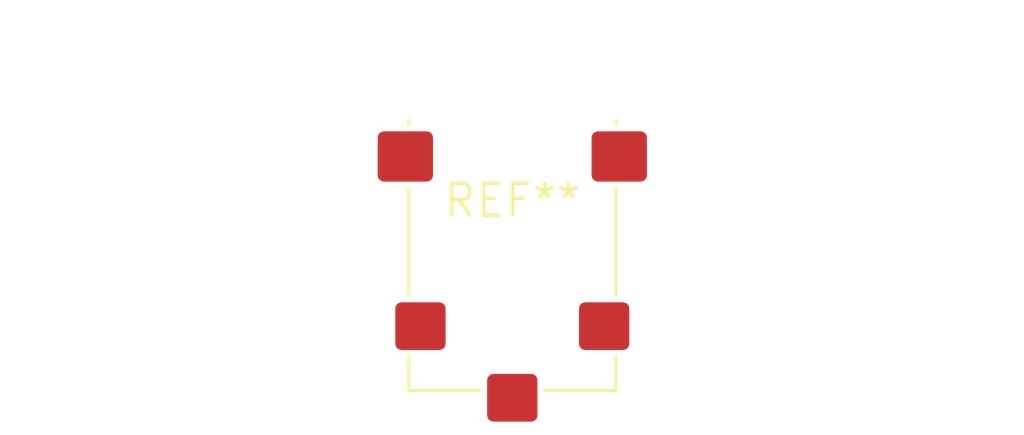
<source format=kicad_pcb>
(kicad_pcb (version 20240108) (generator pcbnew)
  (layers (0 "F.Cu" signal) (31 "B.Cu" signal) (34 "B.Paste" user) (35 "F.Paste" user) (36 "B.SilkS" user "B.Silkscreen") (37 "F.SilkS" user "F.Silkscreen") (38 "B.Mask" user) (39 "F.Mask" user) (44 "Edge.Cuts" user))
  (net 0 "")
  (footprint "Jack_3.5mm_Lumberg_1503_03_Horizontal" (layer "F.Cu") (at 0 0)
    (property "Reference" "REF**")
    (property "Value" "Jack_3.5mm_Lumberg_1503_03_Horizontal")
    (fp_line (start -4.11 -3.01) (end -4.11 -3.2) (layer "F.SilkS") (stroke (width 0.12)))
    (fp_line (start -4.11 3.79) (end -4.11 -0.49) (layer "F.SilkS") (stroke (width 0.12)))
    (fp_line (start -4.11 7.56) (end -4.11 6.21) (layer "F.SilkS") (stroke (width 0.12)))
    (fp_line (start -1.26 7.56) (end -4.11 7.56) (layer "F.SilkS") (stroke (width 0.12)))
    (fp_line (start 1.26 7.56) (end 4.11 7.56) (layer "F.SilkS") (stroke (width 0.12)))
    (fp_line (start 4.11 -3.2) (end 4.11 -3.01) (layer "F.SilkS") (stroke (width 0.12)))
    (fp_line (start 4.11 -0.49) (end 4.11 3.79) (layer "F.SilkS") (stroke (width 0.12)))
    (fp_line (start 4.11 7.56) (end 4.11 6.21) (layer "F.SilkS") (stroke (width 0.12)))
    (pad "" np_thru_hole circle (at 0 -2.75) (size 1.3 1.3) (drill 1.3) (layers F&B.Cu *.Mask))
    (pad "" np_thru_hole circle (at 0 3.55) (size 1.3 1.3) (drill 1.3) (layers F&B.Cu *.Mask))
    (pad "MP" smd roundrect (at -4.25 -1.75) (size 2.2 2) (layers "F.Cu" "F.Paste" "F.Mask") (roundrect_rratio 0.125))
    (pad "MP" smd roundrect (at 4.25 -1.75) (size 2.2 2) (layers "F.Cu" "F.Paste" "F.Mask") (roundrect_rratio 0.125))
    (pad "R" smd roundrect (at 3.65 5) (size 2 1.9) (layers "F.Cu" "F.Paste" "F.Mask") (roundrect_rratio 0.1315789474))
    (pad "S" smd roundrect (at -3.65 5) (size 2 1.9) (layers "F.Cu" "F.Paste" "F.Mask") (roundrect_rratio 0.1315789474))
    (pad "T" smd roundrect (at 0 7.85) (size 2 1.9) (layers "F.Cu" "F.Paste" "F.Mask") (roundrect_rratio 0.1315789474))
  )
)
</source>
